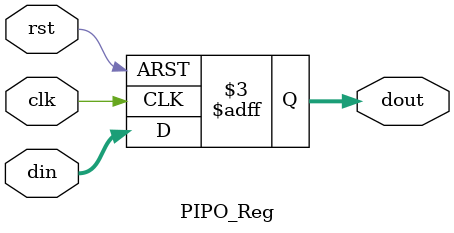
<source format=v>
`timescale 1ns / 1ps


module PIPO_Reg(din,clk,rst,dout);
input [3:0] din;
input clk,rst;
output [3:0] dout;
wire [3:0] din;
wire clk,rst;
reg [3:0] dout;
always @(posedge clk or negedge rst)
begin
if(!rst)
begin
dout <= 4'b0;
end
else 
begin
dout <= din;
end
end
endmodule

</source>
